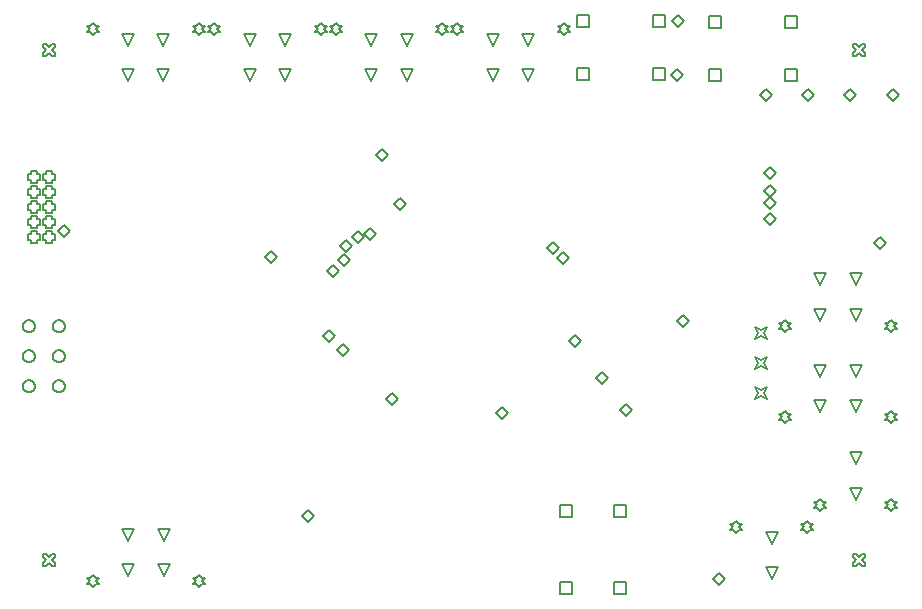
<source format=gbr>
%FSTAX23Y23*%
%MOIN*%
%SFA1B1*%

%IPPOS*%
%ADD65C,0.005000*%
%ADD95C,0.007000*%
%LNtemperature_monitor_&_display_drawing_1-1*%
%LPD*%
G54D65*
X0191Y01925D02*
Y01965D01*
X0195*
Y01925*
X0191*
X02166D02*
Y01965D01*
X02206*
Y01925*
X02166*
X0191Y01748D02*
Y01788D01*
X0195*
Y01748*
X0191*
X02166D02*
Y01788D01*
X02206*
Y01748*
X02166*
X0235Y01922D02*
Y01962D01*
X0239*
Y01922*
X0235*
X02606D02*
Y01962D01*
X02646*
Y01922*
X02606*
X0235Y01745D02*
Y01785D01*
X0239*
Y01745*
X0235*
X02606D02*
Y01785D01*
X02646*
Y01745*
X02606*
X01856Y00037D02*
Y00077D01*
X01896*
Y00037*
X01856*
Y00293D02*
Y00333D01*
X01896*
Y00293*
X01856*
X02034Y00037D02*
Y00077D01*
X02074*
Y00037*
X02034*
Y00293D02*
Y00333D01*
X02074*
Y00293*
X02034*
X0256Y00085D02*
X0254Y00125D01*
X0258*
X0256Y00085*
Y00203D02*
X0254Y00243D01*
X0258*
X0256Y00203*
X02442Y0024D02*
X02452Y0025D01*
X02462*
X02452Y0026*
X02462Y0027*
X02452*
X02442Y0028*
X02432Y0027*
X02422*
X02432Y0026*
X02422Y0025*
X02432*
X02442Y0024*
X02678D02*
X02688Y0025D01*
X02698*
X02688Y0026*
X02698Y0027*
X02688*
X02678Y0028*
X02668Y0027*
X02658*
X02668Y0026*
X02658Y0025*
X02668*
X02678Y0024*
X0284Y00468D02*
X0282Y00508D01*
X0286*
X0284Y00468*
Y0035D02*
X0282Y0039D01*
X0286*
X0284Y0035*
X02958Y00313D02*
X02968Y00323D01*
X02978*
X02968Y00333*
X02978Y00343*
X02968*
X02958Y00353*
X02948Y00343*
X02938*
X02948Y00333*
X02938Y00323*
X02948*
X02958Y00313*
X02722D02*
X02732Y00323D01*
X02742*
X02732Y00333*
X02742Y00343*
X02732*
X02722Y00353*
X02712Y00343*
X02702*
X02712Y00333*
X02702Y00323*
X02712*
X02722Y00313*
X00652Y00059D02*
X00662Y00069D01*
X00672*
X00662Y00079*
X00672Y00089*
X00662*
X00652Y00099*
X00642Y00089*
X00632*
X00642Y00079*
X00632Y00069*
X00642*
X00652Y00059*
X00298D02*
X00308Y00069D01*
X00318*
X00308Y00079*
X00318Y00089*
X00308*
X00298Y00099*
X00288Y00089*
X00278*
X00288Y00079*
X00278Y00069*
X00288*
X00298Y00059*
X00534Y00214D02*
X00514Y00254D01*
X00554*
X00534Y00214*
Y00096D02*
X00514Y00136D01*
X00554*
X00534Y00096*
X00416Y00214D02*
X00396Y00254D01*
X00436*
X00416Y00214*
Y00096D02*
X00396Y00136D01*
X00436*
X00416Y00096*
X02505Y00885D02*
X02515Y00905D01*
X02505Y00925*
X02525Y00915*
X02545Y00925*
X02535Y00905*
X02545Y00885*
X02525Y00895*
X02505Y00885*
Y00785D02*
X02515Y00805D01*
X02505Y00825*
X02525Y00815*
X02545Y00825*
X02535Y00805*
X02545Y00785*
X02525Y00795*
X02505Y00785*
Y00685D02*
X02515Y00705D01*
X02505Y00725*
X02525Y00715*
X02545Y00725*
X02535Y00705*
X02545Y00685*
X02525Y00695*
X02505Y00685*
X01513Y01901D02*
X01523Y01911D01*
X01533*
X01523Y01921*
X01533Y01931*
X01523*
X01513Y01941*
X01503Y01931*
X01493*
X01503Y01921*
X01493Y01911*
X01503*
X01513Y01901*
X01867D02*
X01877Y01911D01*
X01887*
X01877Y01921*
X01887Y01931*
X01877*
X01867Y01941*
X01857Y01931*
X01847*
X01857Y01921*
X01847Y01911*
X01857*
X01867Y01901*
X01631Y01746D02*
X01611Y01786D01*
X01651*
X01631Y01746*
Y01864D02*
X01611Y01904D01*
X01651*
X01631Y01864*
X01749Y01746D02*
X01729Y01786D01*
X01769*
X01749Y01746*
Y01864D02*
X01729Y01904D01*
X01769*
X01749Y01864*
X01108Y01901D02*
X01118Y01911D01*
X01128*
X01118Y01921*
X01128Y01931*
X01118*
X01108Y01941*
X01098Y01931*
X01088*
X01098Y01921*
X01088Y01911*
X01098*
X01108Y01901*
X01462D02*
X01472Y01911D01*
X01482*
X01472Y01921*
X01482Y01931*
X01472*
X01462Y01941*
X01452Y01931*
X01442*
X01452Y01921*
X01442Y01911*
X01452*
X01462Y01901*
X01226Y01746D02*
X01206Y01786D01*
X01246*
X01226Y01746*
Y01864D02*
X01206Y01904D01*
X01246*
X01226Y01864*
X01344Y01746D02*
X01324Y01786D01*
X01364*
X01344Y01746*
Y01864D02*
X01324Y01904D01*
X01364*
X01344Y01864*
X02958Y0091D02*
X02968Y0092D01*
X02978*
X02968Y0093*
X02978Y0094*
X02968*
X02958Y0095*
X02948Y0094*
X02938*
X02948Y0093*
X02938Y0092*
X02948*
X02958Y0091*
X02604D02*
X02614Y0092D01*
X02624*
X02614Y0093*
X02624Y0094*
X02614*
X02604Y0095*
X02594Y0094*
X02584*
X02594Y0093*
X02584Y0092*
X02594*
X02604Y0091*
X0284Y01065D02*
X0282Y01105D01*
X0286*
X0284Y01065*
Y00947D02*
X0282Y00987D01*
X0286*
X0284Y00947*
X02722Y01065D02*
X02702Y01105D01*
X02742*
X02722Y01065*
Y00947D02*
X02702Y00987D01*
X02742*
X02722Y00947*
X02958Y00605D02*
X02968Y00615D01*
X02978*
X02968Y00625*
X02978Y00635*
X02968*
X02958Y00645*
X02948Y00635*
X02938*
X02948Y00625*
X02938Y00615*
X02948*
X02958Y00605*
X02604D02*
X02614Y00615D01*
X02624*
X02614Y00625*
X02624Y00635*
X02614*
X02604Y00645*
X02594Y00635*
X02584*
X02594Y00625*
X02584Y00615*
X02594*
X02604Y00605*
X0284Y0076D02*
X0282Y008D01*
X0286*
X0284Y0076*
Y00642D02*
X0282Y00682D01*
X0286*
X0284Y00642*
X02722Y0076D02*
X02702Y008D01*
X02742*
X02722Y0076*
Y00642D02*
X02702Y00682D01*
X02742*
X02722Y00642*
X0014Y01215D02*
Y01205D01*
X0016*
Y01215*
X0017*
Y01235*
X0016*
Y01245*
X0014*
Y01235*
X0013*
Y01215*
X0014*
X0009D02*
Y01205D01*
X0011*
Y01215*
X0012*
Y01235*
X0011*
Y01245*
X0009*
Y01235*
X0008*
Y01215*
X0009*
X0014Y01265D02*
Y01255D01*
X0016*
Y01265*
X0017*
Y01285*
X0016*
Y01295*
X0014*
Y01285*
X0013*
Y01265*
X0014*
X0009D02*
Y01255D01*
X0011*
Y01265*
X0012*
Y01285*
X0011*
Y01295*
X0009*
Y01285*
X0008*
Y01265*
X0009*
X0014Y01315D02*
Y01305D01*
X0016*
Y01315*
X0017*
Y01335*
X0016*
Y01345*
X0014*
Y01335*
X0013*
Y01315*
X0014*
X0009D02*
Y01305D01*
X0011*
Y01315*
X0012*
Y01335*
X0011*
Y01345*
X0009*
Y01335*
X0008*
Y01315*
X0009*
X0014Y01365D02*
Y01355D01*
X0016*
Y01365*
X0017*
Y01385*
X0016*
Y01395*
X0014*
Y01385*
X0013*
Y01365*
X0014*
X0009D02*
Y01355D01*
X0011*
Y01365*
X0012*
Y01385*
X0011*
Y01395*
X0009*
Y01385*
X0008*
Y01365*
X0009*
X0014Y01415D02*
Y01405D01*
X0016*
Y01415*
X0017*
Y01435*
X0016*
Y01445*
X0014*
Y01435*
X0013*
Y01415*
X0014*
X0009D02*
Y01405D01*
X0011*
Y01415*
X0012*
Y01435*
X0011*
Y01445*
X0009*
Y01435*
X0008*
Y01415*
X0009*
X00703Y01901D02*
X00713Y01911D01*
X00723*
X00713Y01921*
X00723Y01931*
X00713*
X00703Y01941*
X00693Y01931*
X00683*
X00693Y01921*
X00683Y01911*
X00693*
X00703Y01901*
X01057D02*
X01067Y01911D01*
X01077*
X01067Y01921*
X01077Y01931*
X01067*
X01057Y01941*
X01047Y01931*
X01037*
X01047Y01921*
X01037Y01911*
X01047*
X01057Y01901*
X00821Y01746D02*
X00801Y01786D01*
X00841*
X00821Y01746*
Y01864D02*
X00801Y01904D01*
X00841*
X00821Y01864*
X00939Y01746D02*
X00919Y01786D01*
X00959*
X00939Y01746*
Y01864D02*
X00919Y01904D01*
X00959*
X00939Y01864*
X0013Y0183D02*
X0014D01*
X0015Y0184*
X0016Y0183*
X0017*
Y0184*
X0016Y0185*
X0017Y0186*
Y0187*
X0016*
X0015Y0186*
X0014Y0187*
X0013*
Y0186*
X0014Y0185*
X0013Y0184*
Y0183*
X0283D02*
X0284D01*
X0285Y0184*
X0286Y0183*
X0287*
Y0184*
X0286Y0185*
X0287Y0186*
Y0187*
X0286*
X0285Y0186*
X0284Y0187*
X0283*
Y0186*
X0284Y0185*
X0283Y0184*
Y0183*
Y0013D02*
X0284D01*
X0285Y0014*
X0286Y0013*
X0287*
Y0014*
X0286Y0015*
X0287Y0016*
Y0017*
X0286*
X0285Y0016*
X0284Y0017*
X0283*
Y0016*
X0284Y0015*
X0283Y0014*
Y0013*
X0013D02*
X0014D01*
X0015Y0014*
X0016Y0013*
X0017*
Y0014*
X0016Y0015*
X0017Y0016*
Y0017*
X0016*
X0015Y0016*
X0014Y0017*
X0013*
Y0016*
X0014Y0015*
X0013Y0014*
Y0013*
X00533Y01863D02*
X00513Y01903D01*
X00553*
X00533Y01863*
Y01745D02*
X00513Y01785D01*
X00553*
X00533Y01745*
X00415Y01863D02*
X00395Y01903D01*
X00435*
X00415Y01863*
Y01745D02*
X00395Y01785D01*
X00435*
X00415Y01745*
X00651Y019D02*
X00661Y0191D01*
X00671*
X00661Y0192*
X00671Y0193*
X00661*
X00651Y0194*
X00641Y0193*
X00631*
X00641Y0192*
X00631Y0191*
X00641*
X00651Y019*
X00297D02*
X00307Y0191D01*
X00317*
X00307Y0192*
X00317Y0193*
X00307*
X00297Y0194*
X00287Y0193*
X00277*
X00287Y0192*
X00277Y0191*
X00287*
X00297Y019*
X01115Y0115D02*
X01135Y0117D01*
X01155Y0115*
X01135Y0113*
X01115Y0115*
X01078Y01112D02*
X01098Y01132D01*
X01118Y01112*
X01098Y01092*
X01078Y01112*
X01123Y01195D02*
X01143Y01215D01*
X01163Y01195*
X01143Y01175*
X01123Y01195*
X01845Y01155D02*
X01865Y01175D01*
X01885Y01155*
X01865Y01135*
X01845Y01155*
X012Y01235D02*
X0122Y01255D01*
X0124Y01235*
X0122Y01215*
X012Y01235*
X0116Y01225D02*
X0118Y01245D01*
X012Y01225*
X0118Y01205*
X0116Y01225*
X0087Y0116D02*
X0089Y0118D01*
X0091Y0116*
X0089Y0114*
X0087Y0116*
X0181Y0119D02*
X0183Y0121D01*
X0185Y0119*
X0183Y0117*
X0181Y0119*
X02055Y0065D02*
X02075Y0067D01*
X02095Y0065*
X02075Y0063*
X02055Y0065*
X029Y01205D02*
X0292Y01225D01*
X0294Y01205*
X0292Y01185*
X029Y01205*
X02535Y01285D02*
X02555Y01305D01*
X02575Y01285*
X02555Y01265*
X02535Y01285*
Y0134D02*
X02555Y0136D01*
X02575Y0134*
X02555Y0132*
X02535Y0134*
Y0138D02*
X02555Y014D01*
X02575Y0138*
X02555Y0136*
X02535Y0138*
X02536Y01439D02*
X02556Y01459D01*
X02576Y01439*
X02556Y01419*
X02536Y01439*
X0111Y0085D02*
X0113Y0087D01*
X0115Y0085*
X0113Y0083*
X0111Y0085*
X01065Y00895D02*
X01085Y00915D01*
X01105Y00895*
X01085Y00875*
X01065Y00895*
X02945Y017D02*
X02965Y0172D01*
X02985Y017*
X02965Y0168*
X02945Y017*
X0252D02*
X0254Y0172D01*
X0256Y017*
X0254Y0168*
X0252Y017*
X0266D02*
X0268Y0172D01*
X027Y017*
X0268Y0168*
X0266Y017*
X028D02*
X0282Y0172D01*
X0284Y017*
X0282Y0168*
X028Y017*
X02365Y00085D02*
X02385Y00105D01*
X02405Y00085*
X02385Y00065*
X02365Y00085*
X01275Y00685D02*
X01295Y00705D01*
X01315Y00685*
X01295Y00665*
X01275Y00685*
X00995Y00295D02*
X01015Y00315D01*
X01035Y00295*
X01015Y00275*
X00995Y00295*
X0164Y0064D02*
X0166Y0066D01*
X0168Y0064*
X0166Y0062*
X0164Y0064*
X01886Y0088D02*
X01906Y009D01*
X01926Y0088*
X01906Y0086*
X01886Y0088*
X02227Y01945D02*
X02247Y01965D01*
X02267Y01945*
X02247Y01925*
X02227Y01945*
X013Y01335D02*
X0132Y01355D01*
X0134Y01335*
X0132Y01315*
X013Y01335*
X02225Y01765D02*
X02245Y01785D01*
X02265Y01765*
X02245Y01745*
X02225Y01765*
X02245Y00945D02*
X02265Y00965D01*
X02285Y00945*
X02265Y00925*
X02245Y00945*
X0018Y01245D02*
X002Y01265D01*
X0022Y01245*
X002Y01225*
X0018Y01245*
X01975Y00755D02*
X01995Y00775D01*
X02015Y00755*
X01995Y00735*
X01975Y00755*
X0124Y015D02*
X0126Y0152D01*
X0128Y015*
X0126Y0148*
X0124Y015*
G54D95*
X00105Y0093D02*
D01*
X00104Y00931*
X00104Y00932*
X00104Y00934*
X00104Y00935*
X00103Y00936*
X00103Y00938*
X00102Y00939*
X00101Y0094*
X00101Y00941*
X001Y00942*
X00099Y00943*
X00098Y00944*
X00097Y00945*
X00096Y00946*
X00095Y00947*
X00093Y00947*
X00092Y00948*
X00091Y00949*
X00089Y00949*
X00088Y00949*
X00087Y00949*
X00085Y00949*
X00084*
X00082Y00949*
X00081Y00949*
X0008Y00949*
X00078Y00949*
X00077Y00948*
X00076Y00947*
X00074Y00947*
X00073Y00946*
X00072Y00945*
X00071Y00944*
X0007Y00943*
X00069Y00942*
X00068Y00941*
X00068Y0094*
X00067Y00939*
X00066Y00938*
X00066Y00936*
X00065Y00935*
X00065Y00934*
X00065Y00932*
X00065Y00931*
X00065Y0093*
X00065Y00928*
X00065Y00927*
X00065Y00925*
X00065Y00924*
X00066Y00923*
X00066Y00921*
X00067Y0092*
X00068Y00919*
X00068Y00918*
X00069Y00917*
X0007Y00916*
X00071Y00915*
X00072Y00914*
X00073Y00913*
X00075Y00912*
X00076Y00912*
X00077Y00911*
X00078Y0091*
X0008Y0091*
X00081Y0091*
X00082Y0091*
X00084Y0091*
X00085*
X00087Y0091*
X00088Y0091*
X00089Y0091*
X00091Y0091*
X00092Y00911*
X00093Y00912*
X00095Y00912*
X00096Y00913*
X00097Y00914*
X00098Y00915*
X00099Y00916*
X001Y00917*
X00101Y00918*
X00101Y00919*
X00102Y0092*
X00103Y00921*
X00103Y00923*
X00104Y00924*
X00104Y00925*
X00104Y00927*
X00104Y00928*
X00105Y0093*
Y0083D02*
D01*
X00104Y00831*
X00104Y00832*
X00104Y00834*
X00104Y00835*
X00103Y00836*
X00103Y00838*
X00102Y00839*
X00101Y0084*
X00101Y00841*
X001Y00842*
X00099Y00843*
X00098Y00844*
X00097Y00845*
X00096Y00846*
X00095Y00847*
X00093Y00847*
X00092Y00848*
X00091Y00849*
X00089Y00849*
X00088Y00849*
X00087Y00849*
X00085Y00849*
X00084*
X00082Y00849*
X00081Y00849*
X0008Y00849*
X00078Y00849*
X00077Y00848*
X00076Y00847*
X00074Y00847*
X00073Y00846*
X00072Y00845*
X00071Y00844*
X0007Y00843*
X00069Y00842*
X00068Y00841*
X00068Y0084*
X00067Y00839*
X00066Y00838*
X00066Y00836*
X00065Y00835*
X00065Y00834*
X00065Y00832*
X00065Y00831*
X00065Y0083*
X00065Y00828*
X00065Y00827*
X00065Y00825*
X00065Y00824*
X00066Y00823*
X00066Y00821*
X00067Y0082*
X00068Y00819*
X00068Y00818*
X00069Y00817*
X0007Y00816*
X00071Y00815*
X00072Y00814*
X00073Y00813*
X00075Y00812*
X00076Y00812*
X00077Y00811*
X00078Y0081*
X0008Y0081*
X00081Y0081*
X00082Y0081*
X00084Y0081*
X00085*
X00087Y0081*
X00088Y0081*
X00089Y0081*
X00091Y0081*
X00092Y00811*
X00093Y00812*
X00095Y00812*
X00096Y00813*
X00097Y00814*
X00098Y00815*
X00099Y00816*
X001Y00817*
X00101Y00818*
X00101Y00819*
X00102Y0082*
X00103Y00821*
X00103Y00823*
X00104Y00824*
X00104Y00825*
X00104Y00827*
X00104Y00828*
X00105Y0083*
Y0073D02*
D01*
X00104Y00731*
X00104Y00732*
X00104Y00734*
X00104Y00735*
X00103Y00736*
X00103Y00738*
X00102Y00739*
X00101Y0074*
X00101Y00741*
X001Y00742*
X00099Y00743*
X00098Y00744*
X00097Y00745*
X00096Y00746*
X00095Y00747*
X00093Y00747*
X00092Y00748*
X00091Y00749*
X00089Y00749*
X00088Y00749*
X00087Y00749*
X00085Y00749*
X00084*
X00082Y00749*
X00081Y00749*
X0008Y00749*
X00078Y00749*
X00077Y00748*
X00076Y00747*
X00074Y00747*
X00073Y00746*
X00072Y00745*
X00071Y00744*
X0007Y00743*
X00069Y00742*
X00068Y00741*
X00068Y0074*
X00067Y00739*
X00066Y00738*
X00066Y00736*
X00065Y00735*
X00065Y00734*
X00065Y00732*
X00065Y00731*
X00065Y0073*
X00065Y00728*
X00065Y00727*
X00065Y00725*
X00065Y00724*
X00066Y00723*
X00066Y00721*
X00067Y0072*
X00068Y00719*
X00068Y00718*
X00069Y00717*
X0007Y00716*
X00071Y00715*
X00072Y00714*
X00073Y00713*
X00075Y00712*
X00076Y00712*
X00077Y00711*
X00078Y0071*
X0008Y0071*
X00081Y0071*
X00082Y0071*
X00084Y0071*
X00085*
X00087Y0071*
X00088Y0071*
X00089Y0071*
X00091Y0071*
X00092Y00711*
X00093Y00712*
X00095Y00712*
X00096Y00713*
X00097Y00714*
X00098Y00715*
X00099Y00716*
X001Y00717*
X00101Y00718*
X00101Y00719*
X00102Y0072*
X00103Y00721*
X00103Y00723*
X00104Y00724*
X00104Y00725*
X00104Y00727*
X00104Y00728*
X00105Y0073*
X00205Y0093D02*
D01*
X00204Y00931*
X00204Y00932*
X00204Y00934*
X00204Y00935*
X00203Y00936*
X00203Y00938*
X00202Y00939*
X00201Y0094*
X00201Y00941*
X002Y00942*
X00199Y00943*
X00198Y00944*
X00197Y00945*
X00196Y00946*
X00195Y00947*
X00193Y00947*
X00192Y00948*
X00191Y00949*
X00189Y00949*
X00188Y00949*
X00187Y00949*
X00185Y00949*
X00184*
X00182Y00949*
X00181Y00949*
X0018Y00949*
X00178Y00949*
X00177Y00948*
X00176Y00947*
X00174Y00947*
X00173Y00946*
X00172Y00945*
X00171Y00944*
X0017Y00943*
X00169Y00942*
X00168Y00941*
X00168Y0094*
X00167Y00939*
X00166Y00938*
X00166Y00936*
X00165Y00935*
X00165Y00934*
X00165Y00932*
X00165Y00931*
X00165Y0093*
X00165Y00928*
X00165Y00927*
X00165Y00925*
X00165Y00924*
X00166Y00923*
X00166Y00921*
X00167Y0092*
X00168Y00919*
X00168Y00918*
X00169Y00917*
X0017Y00916*
X00171Y00915*
X00172Y00914*
X00173Y00913*
X00175Y00912*
X00176Y00912*
X00177Y00911*
X00178Y0091*
X0018Y0091*
X00181Y0091*
X00182Y0091*
X00184Y0091*
X00185*
X00187Y0091*
X00188Y0091*
X00189Y0091*
X00191Y0091*
X00192Y00911*
X00193Y00912*
X00195Y00912*
X00196Y00913*
X00197Y00914*
X00198Y00915*
X00199Y00916*
X002Y00917*
X00201Y00918*
X00201Y00919*
X00202Y0092*
X00203Y00921*
X00203Y00923*
X00204Y00924*
X00204Y00925*
X00204Y00927*
X00204Y00928*
X00205Y0093*
Y0083D02*
D01*
X00204Y00831*
X00204Y00832*
X00204Y00834*
X00204Y00835*
X00203Y00836*
X00203Y00838*
X00202Y00839*
X00201Y0084*
X00201Y00841*
X002Y00842*
X00199Y00843*
X00198Y00844*
X00197Y00845*
X00196Y00846*
X00195Y00847*
X00193Y00847*
X00192Y00848*
X00191Y00849*
X00189Y00849*
X00188Y00849*
X00187Y00849*
X00185Y00849*
X00184*
X00182Y00849*
X00181Y00849*
X0018Y00849*
X00178Y00849*
X00177Y00848*
X00176Y00847*
X00174Y00847*
X00173Y00846*
X00172Y00845*
X00171Y00844*
X0017Y00843*
X00169Y00842*
X00168Y00841*
X00168Y0084*
X00167Y00839*
X00166Y00838*
X00166Y00836*
X00165Y00835*
X00165Y00834*
X00165Y00832*
X00165Y00831*
X00165Y0083*
X00165Y00828*
X00165Y00827*
X00165Y00825*
X00165Y00824*
X00166Y00823*
X00166Y00821*
X00167Y0082*
X00168Y00819*
X00168Y00818*
X00169Y00817*
X0017Y00816*
X00171Y00815*
X00172Y00814*
X00173Y00813*
X00175Y00812*
X00176Y00812*
X00177Y00811*
X00178Y0081*
X0018Y0081*
X00181Y0081*
X00182Y0081*
X00184Y0081*
X00185*
X00187Y0081*
X00188Y0081*
X00189Y0081*
X00191Y0081*
X00192Y00811*
X00193Y00812*
X00195Y00812*
X00196Y00813*
X00197Y00814*
X00198Y00815*
X00199Y00816*
X002Y00817*
X00201Y00818*
X00201Y00819*
X00202Y0082*
X00203Y00821*
X00203Y00823*
X00204Y00824*
X00204Y00825*
X00204Y00827*
X00204Y00828*
X00205Y0083*
Y0073D02*
D01*
X00204Y00731*
X00204Y00732*
X00204Y00734*
X00204Y00735*
X00203Y00736*
X00203Y00738*
X00202Y00739*
X00201Y0074*
X00201Y00741*
X002Y00742*
X00199Y00743*
X00198Y00744*
X00197Y00745*
X00196Y00746*
X00195Y00747*
X00193Y00747*
X00192Y00748*
X00191Y00749*
X00189Y00749*
X00188Y00749*
X00187Y00749*
X00185Y00749*
X00184*
X00182Y00749*
X00181Y00749*
X0018Y00749*
X00178Y00749*
X00177Y00748*
X00176Y00747*
X00174Y00747*
X00173Y00746*
X00172Y00745*
X00171Y00744*
X0017Y00743*
X00169Y00742*
X00168Y00741*
X00168Y0074*
X00167Y00739*
X00166Y00738*
X00166Y00736*
X00165Y00735*
X00165Y00734*
X00165Y00732*
X00165Y00731*
X00165Y0073*
X00165Y00728*
X00165Y00727*
X00165Y00725*
X00165Y00724*
X00166Y00723*
X00166Y00721*
X00167Y0072*
X00168Y00719*
X00168Y00718*
X00169Y00717*
X0017Y00716*
X00171Y00715*
X00172Y00714*
X00173Y00713*
X00175Y00712*
X00176Y00712*
X00177Y00711*
X00178Y0071*
X0018Y0071*
X00181Y0071*
X00182Y0071*
X00184Y0071*
X00185*
X00187Y0071*
X00188Y0071*
X00189Y0071*
X00191Y0071*
X00192Y00711*
X00193Y00712*
X00195Y00712*
X00196Y00713*
X00197Y00714*
X00198Y00715*
X00199Y00716*
X002Y00717*
X00201Y00718*
X00201Y00719*
X00202Y0072*
X00203Y00721*
X00203Y00723*
X00204Y00724*
X00204Y00725*
X00204Y00727*
X00204Y00728*
X00205Y0073*
M02*
</source>
